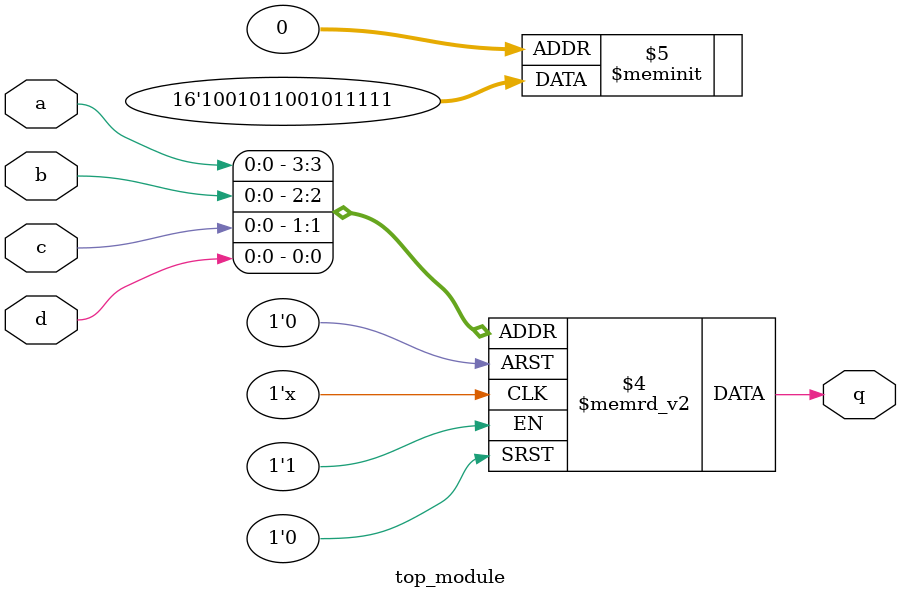
<source format=sv>
module top_module (
    input a, 
    input b, 
    input c, 
    input d,
    output reg q
);

always @* begin
    case ({a, b, c, d})
        4'b0000: q = 1;
        4'b0001: q = 1;
        4'b0010: q = 1;
        4'b0011: q = 1;
        4'b0100: q = 1;
        4'b0101: q = 0;
        4'b0110: q = 1;
        4'b0111: q = 0;
        4'b1000: q = 0;
        4'b1001: q = 1;
        4'b1010: q = 1;
        4'b1011: q = 0;
        4'b1100: q = 1;
        4'b1101: q = 0;
        4'b1110: q = 0;
        4'b1111: q = 1;
    endcase
end

endmodule

</source>
